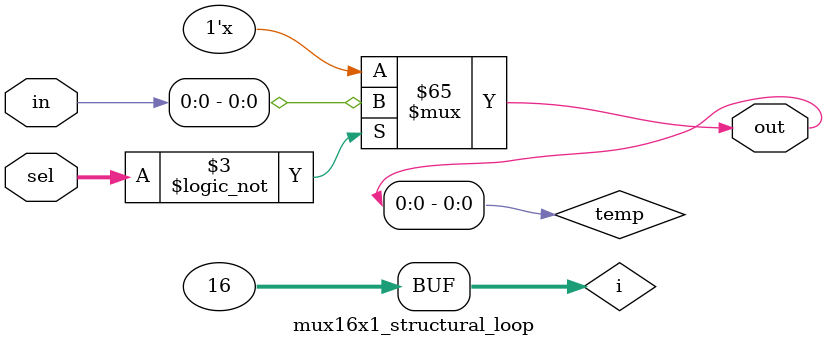
<source format=v>
module mux16x1_structural_loop(input [15:0] in,
                               input [3:0] sel,
                               output reg out);

    reg [15:0] temp;

    integer i;
    always @* begin
        for (i = 0; i < 16; i = i + 1) begin
            if (sel == i)
                temp[i] = in[i];
            else
                temp[i] = 1'bx;
        end
    end

    assign out = temp;

endmodule

</source>
